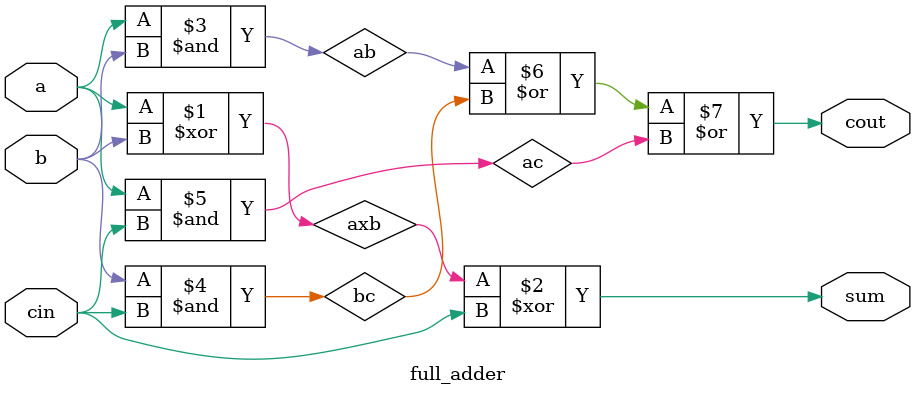
<source format=v>
`timescale 1ns / 1ps


// 1-bit Full Adder: gate-level implementation
module full_adder(a, b, cin, sum, cout);
 input  a, b, cin;
 output sum, cout;
 wire   axb, ab, bc, ac;
 xor G1(axb, a, b);
 xor G2(sum, axb, cin);
 and G3(ab, a, b);
 and G4(bc, b, cin);
 and G5(ac, a, cin);
 or  G6(cout, ab, bc, ac);
endmodule

</source>
